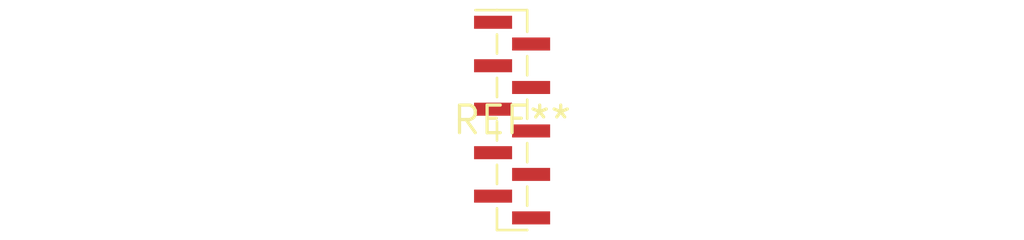
<source format=kicad_pcb>
(kicad_pcb (version 20240108) (generator pcbnew)
  (layers (0 "F.Cu" signal) (31 "B.Cu" signal) (34 "B.Paste" user) (35 "F.Paste" user) (36 "B.SilkS" user "B.Silkscreen") (37 "F.SilkS" user "F.Silkscreen") (38 "B.Mask" user) (39 "F.Mask" user) (44 "Edge.Cuts" user))
  (net 0 "")
  (footprint "PinHeader_1x10_P1.00mm_Vertical_SMD_Pin1Left" (layer "F.Cu") (at 0 0)
    (property "Reference" "REF**")
    (property "Value" "PinHeader_1x10_P1.00mm_Vertical_SMD_Pin1Left")
    (fp_line (start -0.695 -5.06) (end -1.69 -5.06) (layer "F.SilkS") (stroke (width 0.12)))
    (fp_line (start -0.695 -5.06) (end -0.695 -5.06) (layer "F.SilkS") (stroke (width 0.12)))
    (fp_line (start -0.695 -5.06) (end 0.695 -5.06) (layer "F.SilkS") (stroke (width 0.12)))
    (fp_line (start -0.695 -3.94) (end -0.695 -3.06) (layer "F.SilkS") (stroke (width 0.12)))
    (fp_line (start -0.695 -1.94) (end -0.695 -1.06) (layer "F.SilkS") (stroke (width 0.12)))
    (fp_line (start -0.695 0.06) (end -0.695 0.94) (layer "F.SilkS") (stroke (width 0.12)))
    (fp_line (start -0.695 2.06) (end -0.695 2.94) (layer "F.SilkS") (stroke (width 0.12)))
    (fp_line (start -0.695 4.06) (end -0.695 5.06) (layer "F.SilkS") (stroke (width 0.12)))
    (fp_line (start -0.695 5.06) (end 0.695 5.06) (layer "F.SilkS") (stroke (width 0.12)))
    (fp_line (start 0.695 -5.06) (end 0.695 -4.06) (layer "F.SilkS") (stroke (width 0.12)))
    (fp_line (start 0.695 -2.94) (end 0.695 -2.06) (layer "F.SilkS") (stroke (width 0.12)))
    (fp_line (start 0.695 -0.94) (end 0.695 -0.06) (layer "F.SilkS") (stroke (width 0.12)))
    (fp_line (start 0.695 1.06) (end 0.695 1.94) (layer "F.SilkS") (stroke (width 0.12)))
    (fp_line (start 0.695 3.06) (end 0.695 3.94) (layer "F.SilkS") (stroke (width 0.12)))
    (fp_line (start 0.695 5.06) (end 0.695 5.06) (layer "F.SilkS") (stroke (width 0.12)))
    (pad "1" smd rect (at -0.875 -4.5) (size 1.75 0.6) (layers "F.Cu" "F.Paste" "F.Mask"))
    (pad "2" smd rect (at 0.875 -3.5) (size 1.75 0.6) (layers "F.Cu" "F.Paste" "F.Mask"))
    (pad "3" smd rect (at -0.875 -2.5) (size 1.75 0.6) (layers "F.Cu" "F.Paste" "F.Mask"))
    (pad "4" smd rect (at 0.875 -1.5) (size 1.75 0.6) (layers "F.Cu" "F.Paste" "F.Mask"))
    (pad "5" smd rect (at -0.875 -0.5) (size 1.75 0.6) (layers "F.Cu" "F.Paste" "F.Mask"))
    (pad "6" smd rect (at 0.875 0.5) (size 1.75 0.6) (layers "F.Cu" "F.Paste" "F.Mask"))
    (pad "7" smd rect (at -0.875 1.5) (size 1.75 0.6) (layers "F.Cu" "F.Paste" "F.Mask"))
    (pad "8" smd rect (at 0.875 2.5) (size 1.75 0.6) (layers "F.Cu" "F.Paste" "F.Mask"))
    (pad "9" smd rect (at -0.875 3.5) (size 1.75 0.6) (layers "F.Cu" "F.Paste" "F.Mask"))
    (pad "10" smd rect (at 0.875 4.5) (size 1.75 0.6) (layers "F.Cu" "F.Paste" "F.Mask"))
  )
)
</source>
